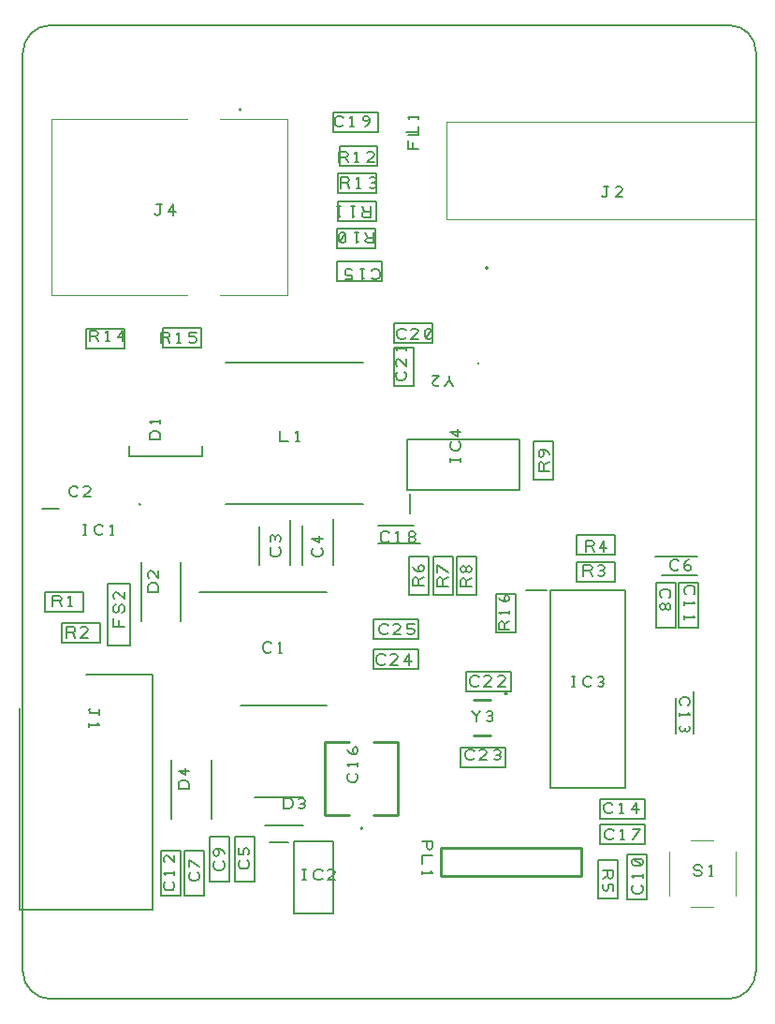
<source format=gbr>
G04 DesignSpark PCB Gerber Version 9.0 Build 5138 *
G04 #@! TF.Part,Single*
G04 #@! TF.FileFunction,Legend,Top *
G04 #@! TF.FilePolarity,Positive *
%FSLAX35Y35*%
%MOIN*%
%ADD13C,0.00394*%
%ADD10C,0.00500*%
%ADD11C,0.00787*%
%ADD12C,0.00800*%
%ADD14C,0.01000*%
X0Y0D02*
D02*
D10*
X12455Y3006D02*
X253793D01*
G75*
G03X263636Y12848J9843*
G01*
Y340014*
G75*
G03X254187Y349463I-9449*
G01*
X12455*
G75*
G03X2612Y339620J-9843*
G01*
Y12848*
G75*
G03X12455Y3006I9843*
G01*
X13242Y142723D02*
Y146473D01*
X15430*
X16055Y146161*
X16367Y145535*
X16055Y144911*
X15430Y144598*
X13242*
X15430D02*
X16367Y142723D01*
X18867D02*
X20117D01*
X19492D02*
Y146473D01*
X18867Y145848*
X18163Y131502D02*
Y135252D01*
X20351*
X20976Y134940*
X21289Y134315*
X20976Y133690*
X20351Y133378*
X18163*
X20351D02*
X21289Y131502D01*
X25663D02*
X23163D01*
X25351Y133690*
X25663Y134315*
X25351Y134940*
X24726Y135252*
X23789*
X23163Y134940*
X22273Y182324D02*
X21960Y182012D01*
X21335Y181699*
X20398*
X19773Y182012*
X19460Y182324*
X19148Y182949*
Y184199*
X19460Y184824*
X19773Y185137*
X20398Y185449*
X21335*
X21960Y185137*
X22273Y184824*
X26648Y181699D02*
X24148D01*
X26335Y183887*
X26648Y184512*
X26335Y185137*
X25710Y185449*
X24773*
X24148Y185137*
X24022Y168117D02*
X25272D01*
X24647D02*
Y171867D01*
X24022D02*
X25272D01*
X31210Y168742D02*
X30897Y168429D01*
X30272Y168117*
X29335*
X28710Y168429*
X28397Y168742*
X28085Y169367*
Y170617*
X28397Y171242*
X28710Y171554*
X29335Y171867*
X30272*
X30897Y171554*
X31210Y171242*
X33710Y168117D02*
X34960D01*
X34335D02*
Y171867D01*
X33710Y171242*
X26616Y106549D02*
X26303Y106237D01*
X25991Y105612*
X26303Y104987*
X26616Y104674*
X29741*
Y104049*
Y104674D02*
Y105924D01*
X25991Y100924D02*
Y99674D01*
Y100299D02*
X29741D01*
X29116Y100924*
X26431Y237014D02*
Y240764D01*
X28619*
X29244Y240452*
X29556Y239827*
X29244Y239202*
X28619Y238889*
X26431*
X28619D02*
X29556Y237014D01*
X32056D02*
X33306D01*
X32681D02*
Y240764D01*
X32056Y240139*
X37994Y237014D02*
Y240764D01*
X36431Y238264*
X38931*
X38683Y135289D02*
X34933D01*
Y138415*
X36807Y137789D02*
Y135289D01*
X37745Y140289D02*
X38370Y140602D01*
X38683Y141227*
Y142477*
X38370Y143102*
X37745Y143415*
X37120Y143102*
X36807Y142477*
Y141227*
X36495Y140602*
X35870Y140289*
X35245Y140602*
X34933Y141227*
Y142477*
X35245Y143102*
X35870Y143415*
X38683Y147789D02*
Y145289D01*
X36495Y147477*
X35870Y147789*
X35245Y147477*
X34933Y146852*
Y145915*
X35245Y145289*
X40864Y128620D02*
Y150620D01*
X32864*
Y128620*
X40864*
X49463Y282521D02*
X49775Y282209D01*
X50400Y281896*
X51025Y282209*
X51338Y282521*
Y285646*
X51963*
X51338D02*
X50088D01*
X56025Y281896D02*
Y285646D01*
X54463Y283146*
X56963*
X50887Y147888D02*
X47137D01*
Y149763*
X47450Y150388*
X47762Y150700*
X48387Y151013*
X49637*
X50262Y150700*
X50575Y150388*
X50887Y149763*
Y147888*
Y155388D02*
Y152888D01*
X48700Y155075*
X48075Y155388*
X47450Y155075*
X47137Y154450*
Y153513*
X47450Y152888*
X51825Y236424D02*
Y240174D01*
X54012*
X54637Y239861*
X54950Y239236*
X54637Y238611*
X54012Y238299*
X51825*
X54012D02*
X54950Y236424D01*
X57450D02*
X58700D01*
X58075D02*
Y240174D01*
X57450Y239549*
X61825Y236736D02*
X62450Y236424D01*
X63387*
X64012Y236736*
X64325Y237361*
Y237674*
X64012Y238299*
X63387Y238611*
X61825*
Y240174*
X64325*
X51517Y202065D02*
X47767D01*
Y203940*
X48080Y204565*
X48392Y204878*
X49017Y205190*
X50267*
X50892Y204878*
X51205Y204565*
X51517Y203940*
Y202065*
Y207690D02*
Y208940D01*
Y208315D02*
X47767D01*
X48392Y207690*
X55971Y44714D02*
X56283Y44401D01*
X56596Y43776*
Y42839*
X56283Y42214*
X55971Y41901*
X55346Y41589*
X54096*
X53471Y41901*
X53158Y42214*
X52846Y42839*
Y43776*
X53158Y44401*
X53471Y44714*
X56596Y47214D02*
Y48464D01*
Y47839D02*
X52846D01*
X53471Y47214*
X56596Y54089D02*
Y51589D01*
X54408Y53776*
X53783Y54089*
X53158Y53776*
X52846Y53151*
Y52214*
X53158Y51589*
X58671Y39888D02*
Y55888D01*
X51671*
Y39888*
X58671*
X61714Y77612D02*
X57964D01*
Y79487*
X58276Y80112*
X58589Y80425*
X59214Y80737*
X60464*
X61089Y80425*
X61402Y80112*
X61714Y79487*
Y77612*
Y84175D02*
X57964D01*
X60464Y82612*
Y85112*
X64829Y48060D02*
X65142Y47748D01*
X65454Y47122*
Y46185*
X65142Y45560*
X64829Y45248*
X64204Y44935*
X62954*
X62329Y45248*
X62017Y45560*
X61704Y46185*
Y47122*
X62017Y47748*
X62329Y48060*
X65454Y49935D02*
X61704Y52435D01*
Y49935*
X67136Y39888D02*
Y55888D01*
X60136*
Y39888*
X67136*
X73687Y51997D02*
X74000Y51685D01*
X74313Y51059*
Y50122*
X74000Y49497*
X73687Y49185*
X73063Y48872*
X71813*
X71187Y49185*
X70875Y49497*
X70563Y50122*
Y51059*
X70875Y51685*
X71187Y51997*
X74313Y54809D02*
X74000Y55435D01*
X73375Y56059*
X72437Y56372*
X71500*
X70875Y56059*
X70563Y55435*
Y54809*
X70875Y54185*
X71500Y53872*
X72125Y54185*
X72437Y54809*
Y55435*
X72125Y56059*
X71500Y56372*
X75994Y44612D02*
Y60612D01*
X68994*
Y44612*
X75994*
X82546Y52391D02*
X82858Y52078D01*
X83171Y51453*
Y50516*
X82858Y49891*
X82546Y49578*
X81921Y49266*
X80671*
X80046Y49578*
X79733Y49891*
X79421Y50516*
Y51453*
X79733Y52078*
X80046Y52391*
X82858Y54266D02*
X83171Y54891D01*
Y55828*
X82858Y56453*
X82233Y56766*
X81921*
X81296Y56453*
X80983Y55828*
Y54266*
X79421*
Y56766*
X85049Y44809D02*
Y60809D01*
X78049*
Y44809*
X85049*
X91170Y126813D02*
X90858Y126500D01*
X90233Y126187*
X89295*
X88670Y126500*
X88358Y126813*
X88045Y127437*
Y128687*
X88358Y129313*
X88670Y129625*
X89295Y129937*
X90233*
X90858Y129625*
X91170Y129313*
X93670Y126187D02*
X94920D01*
X94295D02*
Y129937D01*
X93670Y129313*
X94148Y205134D02*
Y201384D01*
X97273*
X99773D02*
X101023D01*
X100398D02*
Y205134D01*
X99773Y204509*
X93766Y163611D02*
X94079Y163299D01*
X94391Y162674*
Y161736*
X94079Y161111*
X93766Y160799*
X93141Y160486*
X91891*
X91266Y160799*
X90954Y161111*
X90641Y161736*
Y162674*
X90954Y163299*
X91266Y163611*
X94079Y165799D02*
X94391Y166424D01*
Y167049*
X94079Y167674*
X93454Y167986*
X92829Y167674*
X92516Y167049*
Y166424*
Y167049D02*
X92204Y167674D01*
X91579Y167986*
X90954Y167674*
X90641Y167049*
Y166424*
X90954Y165799*
X95526Y70676D02*
Y74426D01*
X97401*
X98026Y74113*
X98338Y73801*
X98651Y73176*
Y71926*
X98338Y71301*
X98026Y70988*
X97401Y70676*
X95526*
X100838Y70988D02*
X101463Y70676D01*
X102088*
X102713Y70988*
X103026Y71613*
X102713Y72238*
X102088Y72551*
X101463*
X102088D02*
X102713Y72863D01*
X103026Y73488*
X102713Y74113*
X102088Y74426*
X101463*
X100838Y74113*
X102172Y45282D02*
X103422D01*
X102797D02*
Y49032D01*
X102172D02*
X103422D01*
X109359Y45907D02*
X109047Y45594D01*
X108422Y45282*
X107484*
X106859Y45594*
X106547Y45907*
X106234Y46532*
Y47782*
X106547Y48407*
X106859Y48720*
X107484Y49032*
X108422*
X109047Y48720*
X109359Y48407*
X113734Y45282D02*
X111234D01*
X113422Y47470*
X113734Y48094*
X113422Y48720*
X112797Y49032*
X111859*
X111234Y48720*
X108727Y163415D02*
X109039Y163102D01*
X109352Y162477*
Y161539*
X109039Y160915*
X108727Y160602*
X108102Y160289*
X106852*
X106227Y160602*
X105914Y160915*
X105602Y161539*
Y162477*
X105914Y163102*
X106227Y163415*
X109352Y166852D02*
X105602D01*
X108102Y165289*
Y167789*
X116761Y314017D02*
X116448Y313705D01*
X115823Y313392*
X114886*
X114261Y313705*
X113948Y314017*
X113636Y314642*
Y315892*
X113948Y316517*
X114261Y316830*
X114886Y317142*
X115823*
X116448Y316830*
X116761Y316517*
X119261Y313392D02*
X120511D01*
X119886D02*
Y317142D01*
X119261Y316517*
X124573Y313392D02*
X125198Y313705D01*
X125823Y314330*
X126136Y315267*
Y316205*
X125823Y316830*
X125198Y317142*
X124573*
X123948Y316830*
X123636Y316205*
X123948Y315580*
X124573Y315267*
X125198*
X125823Y315580*
X126136Y316205*
X115211Y300597D02*
Y304347D01*
X117398*
X118023Y304035*
X118336Y303409*
X118023Y302785*
X117398Y302472*
X115211*
X117398D02*
X118336Y300597D01*
X120836D02*
X122086D01*
X121461D02*
Y304347D01*
X120836Y303722*
X127711Y300597D02*
X125211D01*
X127398Y302785*
X127711Y303409*
X127398Y304035*
X126773Y304347*
X125836*
X125211Y304035*
X115801Y291542D02*
Y295292D01*
X117989*
X118614Y294980*
X118926Y294354*
X118614Y293730*
X117989Y293417*
X115801*
X117989D02*
X118926Y291542D01*
X121426D02*
X122676D01*
X122051D02*
Y295292D01*
X121426Y294667*
X126114Y291854D02*
X126739Y291542D01*
X127364*
X127989Y291854*
X128301Y292480*
X127989Y293104*
X127364Y293417*
X126739*
X127364D02*
X127989Y293730D01*
X128301Y294354*
X127989Y294980*
X127364Y295292*
X126739*
X126114Y294980*
X121285Y83226D02*
X121598Y82914D01*
X121911Y82289*
Y81351*
X121598Y80726*
X121285Y80414*
X120661Y80101*
X119411*
X118785Y80414*
X118473Y80726*
X118161Y81351*
Y82289*
X118473Y82914*
X118785Y83226*
X121911Y85726D02*
Y86976D01*
Y86351D02*
X118161D01*
X118785Y85726*
X120973Y90101D02*
X120348Y90414D01*
X120035Y91039*
Y91664*
X120348Y92289*
X120973Y92601*
X121598Y92289*
X121911Y91664*
Y91039*
X121598Y90414*
X120973Y90101*
X120035*
X119098Y90414*
X118473Y91039*
X118161Y91664*
X126431Y284943D02*
Y281193D01*
X124244*
X123619Y281505*
X123306Y282130*
X123619Y282755*
X124244Y283067*
X126431*
X124244D02*
X123306Y284943D01*
X120806D02*
X119556D01*
X120181D02*
Y281193D01*
X120806Y281817*
X115806Y284943D02*
X114556D01*
X115181D02*
Y281193D01*
X115806Y281817*
X127612Y275691D02*
Y271941D01*
X125425*
X124800Y272253*
X124487Y272878*
X124800Y273503*
X125425Y273815*
X127612*
X125425D02*
X124487Y275691D01*
X121987D02*
X120737D01*
X121362D02*
Y271941D01*
X121987Y272565*
X117300Y275378D02*
X116675Y275691D01*
X116050*
X115425Y275378*
X115112Y274753*
Y272878*
X115425Y272253*
X116050Y271941*
X116675*
X117300Y272253*
X117612Y272878*
Y274753*
X117300Y275378*
X115425Y272253*
X131722Y122482D02*
X131409Y122169D01*
X130784Y121857*
X129846*
X129222Y122169*
X128909Y122482*
X128596Y123107*
Y124357*
X128909Y124982*
X129222Y125294*
X129846Y125607*
X130784*
X131409Y125294*
X131722Y124982*
X136096Y121857D02*
X133596D01*
X135784Y124044*
X136096Y124669*
X135784Y125294*
X135159Y125607*
X134222*
X133596Y125294*
X140159Y121857D02*
Y125607D01*
X138596Y123107*
X141096*
X129116Y318317D02*
X113116D01*
Y311317*
X129116*
Y318317*
X132706Y133309D02*
X132393Y132996D01*
X131768Y132683*
X130831*
X130206Y132996*
X129893Y133309*
X129581Y133933*
Y135183*
X129893Y135809*
X130206Y136121*
X130831Y136433*
X131768*
X132393Y136121*
X132706Y135809*
X137081Y132683D02*
X134581D01*
X136768Y134871*
X137081Y135496*
X136768Y136121*
X136143Y136433*
X135206*
X134581Y136121*
X139581Y132996D02*
X140206Y132683D01*
X141143*
X141768Y132996*
X142081Y133621*
Y133933*
X141768Y134559*
X141143Y134871*
X139581*
Y136433*
X142081*
X126672Y262073D02*
X126985Y262386D01*
X127610Y262698*
X128547*
X129172Y262386*
X129485Y262073*
X129797Y261448*
Y260198*
X129485Y259573*
X129172Y259261*
X128547Y258948*
X127610*
X126985Y259261*
X126672Y259573*
X124172Y262698D02*
X122922D01*
X123547D02*
Y258948D01*
X124172Y259573*
X119797Y262386D02*
X119172Y262698D01*
X118235*
X117610Y262386*
X117297Y261761*
Y261448*
X117610Y260823*
X118235Y260511*
X119797*
Y258948*
X117297*
X133100Y166183D02*
X132787Y165870D01*
X132162Y165557*
X131224*
X130600Y165870*
X130287Y166183*
X129974Y166807*
Y168057*
X130287Y168683*
X130600Y168995*
X131224Y169307*
X132162*
X132787Y168995*
X133100Y168683*
X135600Y165557D02*
X136850D01*
X136224D02*
Y169307D01*
X135600Y168683*
X140912Y167433D02*
X141537D01*
X142162Y167745*
X142474Y168370*
X142162Y168995*
X141537Y169307*
X140912*
X140287Y168995*
X139974Y168370*
X140287Y167745*
X140912Y167433*
X140287Y167120*
X139974Y166495*
X140287Y165870*
X140912Y165557*
X141537*
X142162Y165870*
X142474Y166495*
X142162Y167120*
X141537Y167433*
X130297Y265364D02*
X114297D01*
Y258364*
X130297*
Y265364*
X139005Y238427D02*
X138693Y238114D01*
X138067Y237802*
X137130*
X136505Y238114*
X136193Y238427*
X135880Y239052*
Y240302*
X136193Y240927*
X136505Y241239*
X137130Y241552*
X138067*
X138693Y241239*
X139005Y240927*
X143380Y237802D02*
X140880D01*
X143067Y239989*
X143380Y240614*
X143067Y241239*
X142443Y241552*
X141505*
X140880Y241239*
X146193Y238114D02*
X146817Y237802D01*
X147443*
X148067Y238114*
X148380Y238739*
Y240614*
X148067Y241239*
X147443Y241552*
X146817*
X146193Y241239*
X145880Y240614*
Y238739*
X146193Y238114*
X148067Y241239*
X138451Y226210D02*
X138764Y225897D01*
X139076Y225272*
Y224335*
X138764Y223710*
X138451Y223397*
X137826Y223085*
X136576*
X135951Y223397*
X135639Y223710*
X135326Y224335*
Y225272*
X135639Y225897*
X135951Y226210*
X139076Y230585D02*
Y228085D01*
X136889Y230272*
X136264Y230585*
X135639Y230272*
X135326Y229647*
Y228710*
X135639Y228085*
X139076Y233710D02*
Y234960D01*
Y234335D02*
X135326D01*
X135951Y233710*
X143486Y127372D02*
X127486D01*
Y120372*
X143486*
Y127372*
Y138199D02*
X127486D01*
Y131199*
X143486*
Y138199*
X144750Y59128D02*
X148500D01*
Y56941*
X148188Y56315*
X147563Y56003*
X146938Y56315*
X146626Y56941*
Y59128*
X148500Y54128D02*
X144750D01*
Y51003*
Y48503D02*
Y47253D01*
Y47878D02*
X148500D01*
X147876Y48503*
X143407Y305368D02*
X139657D01*
Y308493*
X141532Y307868D02*
Y305368D01*
X139657Y310368D02*
X143407D01*
Y313493*
Y315993D02*
Y317243D01*
Y316618D02*
X139657D01*
X140282Y315993*
X145376Y150053D02*
X141626D01*
Y152241*
X141938Y152866*
X142563Y153178*
X143188Y152866*
X143500Y152241*
Y150053*
Y152241D02*
X145376Y153178D01*
X144438Y155053D02*
X143813Y155366D01*
X143500Y155991*
Y156616*
X143813Y157241*
X144438Y157553*
X145063Y157241*
X145376Y156616*
Y155991*
X145063Y155366*
X144438Y155053*
X143500*
X142563Y155366*
X141938Y155991*
X141626Y156616*
X154037Y149856D02*
X150287D01*
Y152044*
X150599Y152669*
X151224Y152981*
X151849Y152669*
X152162Y152044*
Y149856*
Y152044D02*
X154037Y152981D01*
Y154856D02*
X150287Y157356D01*
Y154856*
X154396Y224903D02*
Y223028D01*
X155959Y221153*
X154396Y223028D02*
X152833Y221153D01*
X148459Y224903D02*
X150959D01*
X148771Y222715*
X148459Y222091*
X148771Y221465*
X149396Y221153*
X150333*
X150959Y221465*
X158392Y85333D02*
X174392D01*
Y92333*
X158392*
Y85333*
X158565Y194101D02*
Y195351D01*
Y194726D02*
X154815D01*
Y194101D02*
Y195351D01*
X157939Y201289D02*
X158252Y200976D01*
X158565Y200351*
Y199413*
X158252Y198789*
X157939Y198476*
X157315Y198163*
X156065*
X155439Y198476*
X155127Y198789*
X154815Y199413*
Y200351*
X155127Y200976*
X155439Y201289*
X158565Y204726D02*
X154815D01*
X157315Y203163*
Y205663*
X163415Y88624D02*
X163102Y88311D01*
X162477Y87998*
X161539*
X160915Y88311*
X160602Y88624*
X160289Y89248*
Y90498*
X160602Y91124*
X160915Y91436*
X161539Y91748*
X162477*
X163102Y91436*
X163415Y91124*
X167789Y87998D02*
X165289D01*
X167477Y90186*
X167789Y90811*
X167477Y91436*
X166852Y91748*
X165915*
X165289Y91436*
X170602Y88311D02*
X171227Y87998D01*
X171852*
X172477Y88311*
X172789Y88936*
X172477Y89561*
X171852Y89874*
X171227*
X171852D02*
X172477Y90186D01*
X172789Y90811*
X172477Y91436*
X171852Y91748*
X171227*
X170602Y91436*
X164989Y114805D02*
X164677Y114492D01*
X164052Y114180*
X163114*
X162489Y114492*
X162177Y114805*
X161864Y115430*
Y116680*
X162177Y117305*
X162489Y117617*
X163114Y117930*
X164052*
X164677Y117617*
X164989Y117305*
X169364Y114180D02*
X166864D01*
X169052Y116367*
X169364Y116992*
X169052Y117617*
X168427Y117930*
X167489*
X166864Y117617*
X174364Y114180D02*
X171864D01*
X174052Y116367*
X174364Y116992*
X174052Y117617*
X173427Y117930*
X172489*
X171864Y117617*
X164017Y101778D02*
Y103653D01*
X162455Y105528*
X164017Y103653D02*
X165580Y105528D01*
X167767Y102091D02*
X168392Y101778D01*
X169017*
X169642Y102091*
X169955Y102716*
X169642Y103341*
X169017Y103653*
X168392*
X169017D02*
X169642Y103966D01*
X169955Y104591*
X169642Y105216*
X169017Y105528*
X168392*
X167767Y105216*
X162305Y149659D02*
X158555D01*
Y151847*
X158867Y152472*
X159492Y152785*
X160117Y152472*
X160430Y151847*
Y149659*
Y151847D02*
X162305Y152785D01*
X160430Y155597D02*
Y156222D01*
X160117Y156847*
X159492Y157159*
X158867Y156847*
X158555Y156222*
Y155597*
X158867Y154972*
X159492Y154659*
X160117Y154972*
X160430Y155597*
X160742Y154972*
X161367Y154659*
X161992Y154972*
X162305Y155597*
Y156222*
X161992Y156847*
X161367Y157159*
X160742Y156847*
X160430Y156222*
X176360Y119498D02*
X160360D01*
Y112498*
X176360*
Y119498*
X175887Y134305D02*
X172137D01*
Y136493*
X172450Y137118*
X173075Y137430*
X173700Y137118*
X174012Y136493*
Y134305*
Y136493D02*
X175887Y137430D01*
Y139930D02*
Y141180D01*
Y140555D02*
X172137D01*
X172762Y139930*
X174950Y144305D02*
X174325Y144618D01*
X174012Y145243*
Y145868*
X174325Y146493*
X174950Y146805*
X175575Y146493*
X175887Y145868*
Y145243*
X175575Y144618*
X174950Y144305*
X174012*
X173075Y144618*
X172450Y145243*
X172137Y145868*
X190061Y190801D02*
X186311D01*
Y192989*
X186623Y193614*
X187248Y193926*
X187873Y193614*
X188185Y192989*
Y190801*
Y192989D02*
X190061Y193926D01*
Y196739D02*
X189748Y197364D01*
X189123Y197989*
X188185Y198301*
X187248*
X186623Y197989*
X186311Y197364*
Y196739*
X186623Y196114*
X187248Y195801*
X187873Y196114*
X188185Y196739*
Y197364*
X187873Y197989*
X187248Y198301*
X198038Y113983D02*
X199288D01*
X198663D02*
Y117733D01*
X198038D02*
X199288D01*
X205226Y114608D02*
X204913Y114295D01*
X204288Y113983*
X203350*
X202726Y114295*
X202413Y114608*
X202100Y115233*
Y116483*
X202413Y117108*
X202726Y117420*
X203350Y117733*
X204288*
X204913Y117420*
X205226Y117108*
X207413Y114295D02*
X208038Y113983D01*
X208663*
X209288Y114295*
X209600Y114920*
X209288Y115545*
X208663Y115858*
X208038*
X208663D02*
X209288Y116170D01*
X209600Y116795*
X209288Y117420*
X208663Y117733*
X208038*
X207413Y117420*
X202219Y153550D02*
Y157300D01*
X204406*
X205031Y156987*
X205344Y156362*
X205031Y155737*
X204406Y155425*
X202219*
X204406D02*
X205344Y153550D01*
X207531Y153862D02*
X208156Y153550D01*
X208781*
X209406Y153862*
X209719Y154487*
X209406Y155112*
X208781Y155425*
X208156*
X208781D02*
X209406Y155737D01*
X209719Y156362*
X209406Y156987*
X208781Y157300*
X208156*
X207531Y156987*
X203006Y162211D02*
Y165961D01*
X205193*
X205819Y165649*
X206131Y165024*
X205819Y164399*
X205193Y164086*
X203006*
X205193D02*
X206131Y162211D01*
X209569D02*
Y165961D01*
X208006Y163461*
X210506*
X207998Y58167D02*
X223998D01*
Y65167*
X207998*
Y58167*
Y67026D02*
X223998D01*
Y74026*
X207998*
Y67026*
X209061Y48872D02*
X212811D01*
Y46685*
X212499Y46059*
X211874Y45747*
X211249Y46059*
X210937Y46685*
Y48872*
Y46685D02*
X209061Y45747D01*
X209374Y43872D02*
X209061Y43247D01*
Y42309*
X209374Y41685*
X209999Y41372*
X210311*
X210937Y41685*
X211249Y42309*
Y43872*
X212811*
Y41372*
X208675Y288880D02*
X208988Y288567D01*
X209613Y288254*
X210238Y288567*
X210550Y288880*
Y292004*
X211175*
X210550D02*
X209300D01*
X216175Y288254D02*
X213675D01*
X215863Y290442*
X216175Y291067*
X215863Y291692*
X215238Y292004*
X214300*
X213675Y291692*
X212627Y69726D02*
X212315Y69413D01*
X211689Y69101*
X210752*
X210127Y69413*
X209815Y69726*
X209502Y70351*
Y71601*
X209815Y72226*
X210127Y72539*
X210752Y72851*
X211689*
X212315Y72539*
X212627Y72226*
X215127Y69101D02*
X216377D01*
X215752D02*
Y72851D01*
X215127Y72226*
X221065Y69101D02*
Y72851D01*
X219502Y70351*
X222002*
X213021Y60277D02*
X212708Y59965D01*
X212083Y59652*
X211146*
X210521Y59965*
X210208Y60277*
X209896Y60902*
Y62152*
X210208Y62777*
X210521Y63090*
X211146Y63402*
X212083*
X212708Y63090*
X213021Y62777*
X215521Y59652D02*
X216771D01*
X216146D02*
Y63402D01*
X215521Y62777*
X219896Y59652D02*
X222396Y63402D01*
X219896*
X222703Y43533D02*
X223016Y43220D01*
X223328Y42595*
Y41657*
X223016Y41033*
X222703Y40720*
X222078Y40407*
X220828*
X220203Y40720*
X219891Y41033*
X219578Y41657*
Y42595*
X219891Y43220*
X220203Y43533*
X223328Y46033D02*
Y47283D01*
Y46657D02*
X219578D01*
X220203Y46033*
X223016Y50720D02*
X223328Y51345D01*
Y51970*
X223016Y52595*
X222391Y52907*
X220516*
X219891Y52595*
X219578Y51970*
Y51345*
X219891Y50720*
X220516Y50407*
X222391*
X223016Y50720*
X219891Y52595*
X224813Y38510D02*
Y54510D01*
X217813*
Y38510*
X224813*
X228246Y151163D02*
Y135163D01*
X235246*
Y151163*
X228246*
X230159Y145747D02*
X229846Y146059D01*
X229534Y146685*
Y147622*
X229846Y148247*
X230159Y148559*
X230784Y148872*
X232034*
X232659Y148559*
X232972Y148247*
X233284Y147622*
Y146685*
X232972Y146059*
X232659Y145747*
X231409Y142935D02*
Y142309D01*
X231722Y141685*
X232346Y141372*
X232972Y141685*
X233284Y142309*
Y142935*
X232972Y143559*
X232346Y143872*
X231722Y143559*
X231409Y142935*
X231096Y143559*
X230472Y143872*
X229846Y143559*
X229534Y142935*
Y142309*
X229846Y141685*
X230472Y141372*
X231096Y141685*
X231409Y142309*
X236249Y156143D02*
X235937Y155831D01*
X235311Y155518*
X234374*
X233749Y155831*
X233437Y156143*
X233124Y156768*
Y158018*
X233437Y158643*
X233749Y158956*
X234374Y159268*
X235311*
X235937Y158956*
X236249Y158643*
X238124Y156456D02*
X238437Y157081D01*
X239061Y157393*
X239687*
X240311Y157081*
X240624Y156456*
X240311Y155831*
X239687Y155518*
X239061*
X238437Y155831*
X238124Y156456*
Y157393*
X238437Y158331*
X239061Y158956*
X239687Y159268*
X237049Y107361D02*
X236736Y107674D01*
X236424Y108299*
Y109236*
X236736Y109861*
X237049Y110174*
X237674Y110486*
X238924*
X239549Y110174*
X239861Y109861*
X240174Y109236*
Y108299*
X239861Y107674*
X239549Y107361*
X236424Y104861D02*
Y103611D01*
Y104236D02*
X240174D01*
X239549Y104861*
X236736Y100174D02*
X236424Y99549D01*
Y98924*
X236736Y98299*
X237361Y97986*
X237986Y98299*
X238299Y98924*
Y99549*
Y98924D02*
X238611Y98299D01*
X239236Y97986*
X239861Y98299*
X240174Y98924*
Y99549*
X239861Y100174*
X236120Y151163D02*
Y135163D01*
X243120*
Y151163*
X236120*
X238820Y146928D02*
X238508Y147241D01*
X238195Y147866*
Y148803*
X238508Y149428*
X238820Y149741*
X239445Y150053*
X240695*
X241320Y149741*
X241633Y149428*
X241945Y148803*
Y147866*
X241633Y147241*
X241320Y146928*
X238195Y144428D02*
Y143178D01*
Y143803D02*
X241945D01*
X241320Y144428*
X238195Y139428D02*
Y138178D01*
Y138803D02*
X241945D01*
X241320Y139428*
X241392Y47794D02*
X241704Y47169D01*
X242329Y46857*
X243579*
X244204Y47169*
X244517Y47794*
X244204Y48419*
X243579Y48732*
X242329*
X241704Y49044*
X241392Y49669*
X241704Y50294*
X242329Y50607*
X243579*
X244204Y50294*
X244517Y49669*
X247017Y46857D02*
X248267D01*
X247642D02*
Y50607D01*
X247017Y49982*
D02*
D11*
X1431Y106549D02*
Y34581D01*
X48675*
Y118518*
X25053*
X9404Y177337D02*
X15407D01*
X40604Y197846D02*
Y195919D01*
X66589*
X44203Y179304D02*
G75*
G02Y178700J-302D01*
G01*
Y179304D02*
G75*
G02Y178700J-302D01*
G01*
G75*
G02Y179304J302*
G01*
X44691Y137356D02*
Y158419D01*
X55526Y88242D02*
Y66982D01*
X58959Y137356D02*
Y158419D01*
X65506Y147888D02*
X110683D01*
X66589Y199774D02*
Y195919D01*
X40604*
Y199774*
X69778Y66982D02*
Y88242D01*
X74659Y178990D02*
X123872D01*
X79581Y319344D02*
G75*
G02X80368I394D01*
G01*
X79581D02*
G75*
G03X80368I394D01*
G01*
X80270Y107337D02*
X110683D01*
X80368Y319344D02*
X85033Y74758*
X102415D01*
X86667Y171116D02*
Y157337D01*
X88636Y64719D02*
X102415D01*
X90309Y58616D02*
X97199D01*
X97691Y157337D02*
Y173577D01*
X99266Y59108D02*
X113045D01*
Y33518*
X99266*
Y59108*
X102022Y171313D02*
Y157533D01*
X113045D02*
Y173774D01*
X123872Y229384D02*
X74659D01*
X129187Y164915D02*
X144148D01*
X139128Y311274D02*
X143262D01*
X139423Y184108D02*
Y202219D01*
X179581*
Y184108*
X139423*
X140604Y175644D02*
Y182730D01*
X141785Y171411D02*
X129187D01*
X164620Y228990D02*
G75*
G02X165014I197D01*
G01*
G75*
G03X164620I-197*
G01*
X165014D02*
G75*
G02X164620I-197D01*
G01*
X165014D02*
X167770Y262652*
G75*
G03Y263439J394D01*
G01*
Y262652D02*
G75*
G02Y263439J394D01*
G01*
X181746Y148400D02*
X189030D01*
X190407Y148478D02*
X217179D01*
Y78006*
X190407*
Y148478*
X230171Y153892D02*
X242770D01*
X234994Y110093D02*
Y97494D01*
X241490D02*
Y112455D01*
X242770Y160388D02*
X227809D01*
D02*
D12*
X23979Y147648D02*
Y140648D01*
X10379*
Y147648*
X23979*
X30081Y136821D02*
Y129821D01*
X16481*
Y136821*
X30081*
X38743Y241545D02*
Y234545D01*
X25143*
Y241545*
X38743*
X66105Y241742D02*
Y234742D01*
X52505*
Y241742*
X66105*
X128113Y276978D02*
Y269978D01*
X114513*
Y276978*
X128113*
X128310Y286821D02*
Y279821D01*
X114710*
Y286821*
X128310*
X128507Y296860D02*
Y289860D01*
X114907*
Y296860*
X128507*
X128900Y306506D02*
Y299506D01*
X115300*
Y306506*
X128900*
X134742Y234609D02*
X141742D01*
Y221009*
X134742*
Y234609*
X134789Y236317D02*
Y243317D01*
X148389*
Y236317*
X134789*
X140057Y160396D02*
X147057D01*
Y146796*
X140057*
Y160396*
X148719D02*
X155719D01*
Y146796*
X148719*
Y160396*
X157183D02*
X164183D01*
Y146796*
X157183*
Y160396*
X177963Y133411D02*
X170963D01*
Y147011*
X177963*
Y133411*
X191348Y187741D02*
X184348D01*
Y201341*
X191348*
Y187741*
X207380Y52326D02*
X214380D01*
Y38726*
X207380*
Y52326*
X213349Y158474D02*
Y151474D01*
X199749*
Y158474*
X213349*
Y167923D02*
Y160923D01*
X199749*
Y167923*
X213349*
D02*
D13*
X61077Y315998D02*
X12652D01*
Y253400*
X61077*
X72888Y315998D02*
X96707D01*
Y253400*
X72888*
X153596Y315132D02*
X263754D01*
Y280289*
X153596*
Y315132*
X232730Y39620D02*
Y55368D01*
X248478Y35683D02*
X240604D01*
X248478Y59305D02*
X240604D01*
X256352Y39620D02*
Y55368D01*
D02*
D14*
X118754Y68557D02*
X110093D01*
Y94541*
X118754*
X123234Y63839D02*
G75*
G02Y63457J-191D01*
G01*
Y63839D02*
G75*
G02Y63457J-191D01*
G01*
G75*
G02Y63839J191*
G01*
X127415Y68557D02*
X136077D01*
Y94541*
X127415*
X169148Y96904D02*
X163242D01*
X169148Y109502D02*
X163242D01*
X174392Y111494D02*
G75*
G02X174856I232D01*
G01*
X174392D02*
G75*
G02X174856I232D01*
G01*
G75*
G02X174392I-232*
G01*
X201313Y56628D02*
X151313D01*
Y46628*
X201313*
Y56628*
X0Y0D02*
M02*

</source>
